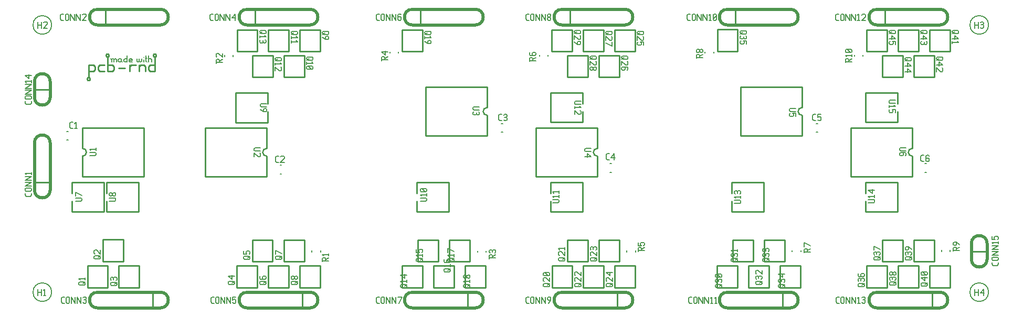
<source format=gbr>
G04 start of page 14 for group 1 layer_idx 9 *
G04 Title: (unknown), top_silk *
G04 Creator: pcb-rnd 1.2.7 *
G04 CreationDate: 2018-01-15 01:16:43 UTC *
G04 For: newell *
G04 Format: Gerber/RS-274X *
G04 PCB-Dimensions: 625000 200000 *
G04 PCB-Coordinate-Origin: lower left *
%MOIN*%
%FSLAX25Y25*%
%LNTOPSILK*%
%ADD77C,0.0079*%
%ADD76C,0.0200*%
%ADD75C,0.0080*%
%ADD74C,0.0100*%
G54D74*X63500Y157530D02*X67500D01*
X70500Y159530D02*Y155530D01*
Y158530D02*X71500Y159530D01*
X74500D01*
X51500D02*X54500D01*
X59500D02*X56500D01*
X51500Y155530D02*X54500D01*
X56500D02*X59500D01*
X56500Y164530D02*Y155530D01*
X60500Y156530D02*Y158530D01*
X59500Y159530D02*X60500Y158530D01*
Y156530D02*X59500Y155530D01*
X44500Y159530D02*X47500D01*
Y155530D02*X44500D01*
X48500Y158530D02*Y156530D01*
X44500Y159530D02*Y151530D01*
X47500Y159530D02*X48500Y158530D01*
X47500Y155530D02*X48500Y156530D01*
X50500Y158530D02*Y156530D01*
Y158530D02*X51500Y159530D01*
X50500Y156530D02*X51500Y155530D01*
X76500Y159530D02*Y155530D01*
Y158530D02*X77500Y159530D01*
X79500D01*
X80500Y158530D02*X79500Y159530D01*
X80500Y158530D02*Y155530D01*
X82500Y158530D02*Y156530D01*
X83500Y155530D02*X86500D01*
X82500Y156530D02*X83500Y155530D01*
X86500D02*Y164530D01*
Y159530D02*X83500D01*
X82500Y158530D02*X83500Y159530D01*
X43500Y150530D02*G75*G03X45500Y150530I1000J0D01*G01*
G75*G03X43500Y150530I-1000J0D01*G01*
X55500Y165530D02*G75*G03X57500Y165530I1000J0D01*G01*
G75*G03X55500Y165530I-1000J0D01*G01*
X85500D02*G75*G03X87500Y165530I1000J0D01*G01*
G75*G03X85500Y165530I-1000J0D01*G01*
G54D75*X59000Y163030D02*Y161530D01*
Y163030D02*X59500Y163530D01*
X60000D01*
X60500Y163030D01*
Y161530D01*
Y163030D02*X61000Y163530D01*
X61500D01*
X62000Y163030D01*
Y161530D01*
X58500Y163530D02*X59000Y163030D01*
X64700Y163530D02*X65200Y163030D01*
X63700Y163530D02*X64700D01*
X63200Y163030D02*X63700Y163530D01*
X63200Y163030D02*Y162030D01*
X63700Y161530D01*
X65200Y163530D02*Y162030D01*
X65700Y161530D01*
X63700D02*X64700D01*
X65200Y162030D01*
X68900Y165530D02*Y161530D01*
X68400D02*X68900Y162030D01*
X67400Y161530D02*X68400D01*
X66900Y162030D02*X67400Y161530D01*
X66900Y163030D02*Y162030D01*
Y163030D02*X67400Y163530D01*
X68400D01*
X68900Y163030D01*
X70600Y161530D02*X72100D01*
X70100Y162030D02*X70600Y161530D01*
X70100Y163030D02*Y162030D01*
Y163030D02*X70600Y163530D01*
X71600D01*
X72100Y163030D01*
X70100Y162530D02*X72100D01*
Y163030D02*Y162530D01*
X75100Y163530D02*Y162030D01*
X75600Y161530D01*
X76100D01*
X76600Y162030D01*
Y163530D02*Y162030D01*
X77100Y161530D01*
X77600D01*
X78100Y162030D01*
Y163530D02*Y162030D01*
X79300Y164530D02*Y164430D01*
Y163030D02*Y161530D01*
X80800Y165530D02*Y162030D01*
X81300Y161530D01*
X80300Y164030D02*X81300D01*
X82300Y165530D02*Y161530D01*
Y163030D02*X82800Y163530D01*
X83800D01*
X84300Y163030D01*
Y161530D01*
G54D76*X345000Y15000D02*X385000D01*
X345000Y5000D02*X385000D01*
G54D74*X380000Y15000D02*Y5000D01*
G54D76*X385000D02*G75*G03X385000Y15000I0J5000D01*G01*
X345000D02*G75*G03X345000Y5000I0J-5000D01*G01*
G54D74*X351500Y31900D02*Y18000D01*
X338700Y31900D02*X351500D01*
X338700D02*Y18000D01*
X351500D01*
X371400Y31900D02*Y18000D01*
X358600Y31900D02*X371400D01*
X358600D02*Y18000D01*
X371400D01*
X328500Y119500D02*X367500D01*
X328500D02*Y88500D01*
X367500D01*
Y119500D02*Y106500D01*
Y101500D02*Y88500D01*
Y106500D02*G75*G03X367500Y101500I0J-2500D01*G01*
X337900Y66050D02*X358100D01*
Y84950D02*Y66050D01*
X337900Y84950D02*X358100D01*
X337900Y73000D02*Y66050D01*
Y84950D02*Y78000D01*
X361300Y48300D02*Y34400D01*
X348500Y48300D02*X361300D01*
X348500D02*Y34400D01*
X361300D01*
X391400Y31900D02*Y18000D01*
X378600Y31900D02*X391400D01*
X378600D02*Y18000D01*
X391400D01*
X381400Y48300D02*Y34400D01*
X368600Y48300D02*X381400D01*
X368600D02*Y34400D01*
X381400D01*
G54D75*X391755Y41393D02*Y40607D01*
X386245Y41393D02*Y40607D01*
X375564Y91245D02*X376350D01*
X375564Y96755D02*X376350D01*
G54D77*X604094Y15000D02*G75*G03X615906Y15000I5906J0D01*G01*
G75*G03X604094Y15000I-5906J0D01*G01*
G54D75*X591583Y41707D02*Y40921D01*
X586073Y41707D02*Y40921D01*
G54D76*X605000Y46000D02*Y36000D01*
X615000Y46000D02*Y36000D01*
G54D74*X605000Y41000D02*X615000D01*
G54D76*Y46000D02*G75*G03X605000Y46000I-5000J0D01*G01*
Y36000D02*G75*G03X615000Y36000I5000J0D01*G01*
G54D74*X571400Y31900D02*Y18000D01*
X558600Y31900D02*X571400D01*
X558600D02*Y18000D01*
X571400D01*
X591400Y31900D02*Y18000D01*
X578600Y31900D02*X591400D01*
X578600D02*Y18000D01*
X591400D01*
G54D76*X545000Y15000D02*X585000D01*
X545000Y5000D02*X585000D01*
G54D74*X580000Y15000D02*Y5000D01*
G54D76*X585000D02*G75*G03X585000Y15000I0J5000D01*G01*
X545000D02*G75*G03X545000Y5000I0J-5000D01*G01*
G54D74*X561400Y48300D02*Y34400D01*
X548600Y48300D02*X561400D01*
X548600D02*Y34400D01*
X561400D01*
X581400Y48300D02*Y34400D01*
X568600Y48300D02*X581400D01*
X568600D02*Y34400D01*
X581400D01*
G54D77*X604094Y185000D02*G75*G03X615906Y185000I5906J0D01*G01*
G75*G03X604094Y185000I-5906J0D01*G01*
G54D74*X578600Y182000D02*Y168100D01*
X591400D01*
Y182000D01*
X578600D01*
G54D75*X530745Y165893D02*Y165107D01*
X536255Y165893D02*Y165107D01*
G54D76*X450000Y185000D02*X490000D01*
X450000Y195000D02*X490000D01*
G54D74*X455000D02*Y185000D01*
G54D76*X450000Y195000D02*G75*G03X450000Y185000I0J-5000D01*G01*
X490000D02*G75*G03X490000Y195000I0J5000D01*G01*
G54D74*X558600Y182000D02*Y168100D01*
X571400D01*
Y182000D01*
X558600D01*
X568600Y165600D02*Y151700D01*
X581400D01*
Y165600D01*
X568600D01*
X538600Y182000D02*Y168100D01*
X551400D01*
Y182000D01*
X538600D01*
X548600Y165600D02*Y151700D01*
X561400D01*
Y165600D01*
X548600D01*
G54D76*X545000Y185000D02*X585000D01*
X545000Y195000D02*X585000D01*
G54D74*X550000D02*Y185000D01*
G54D76*X545000Y195000D02*G75*G03X545000Y185000I0J-5000D01*G01*
X585000D02*G75*G03X585000Y195000I0J5000D01*G01*
G54D74*X443715Y182041D02*Y168141D01*
X456515D01*
Y182041D02*Y168141D01*
X443715Y182041D02*X456515D01*
X378600Y182000D02*Y168100D01*
X391400D01*
Y182000D01*
X378600D01*
X368600Y165600D02*Y151700D01*
X381400D01*
Y165600D01*
X368600D01*
X337900Y141950D02*X358100D01*
X337900D02*Y123050D01*
X358100D01*
Y141950D02*Y135000D01*
Y130000D02*Y123050D01*
X348600Y165600D02*Y151700D01*
X361400D01*
Y165600D01*
X348600D01*
X358600Y182000D02*Y168100D01*
X371400D01*
Y182000D01*
X358600D01*
X338600D02*Y168100D01*
X351400D01*
Y182000D01*
X338600D01*
G54D75*X330745Y165850D02*Y165064D01*
X336255Y165850D02*Y165064D01*
G54D76*X345000Y185000D02*X385000D01*
X345000Y195000D02*X385000D01*
G54D74*X350000D02*Y185000D01*
G54D76*X345000Y195000D02*G75*G03X345000Y185000I0J-5000D01*G01*
X385000D02*G75*G03X385000Y195000I0J5000D01*G01*
G54D75*X435792Y167846D02*Y167060D01*
X441302Y167846D02*Y167060D01*
G54D74*X496400Y31900D02*Y18000D01*
X483600Y31900D02*X496400D01*
X483600D02*Y18000D01*
X496400D01*
G54D76*X450000Y15000D02*X490000D01*
X450000Y5000D02*X490000D01*
G54D74*X485000Y15000D02*Y5000D01*
G54D76*X490000D02*G75*G03X490000Y15000I0J5000D01*G01*
X450000D02*G75*G03X450000Y5000I0J-5000D01*G01*
G54D75*X496755Y41636D02*Y40850D01*
X491245Y41636D02*Y40850D01*
G54D74*X551400Y31900D02*Y18000D01*
X538600Y31900D02*X551400D01*
X538600D02*Y18000D01*
X551400D01*
X528500Y119500D02*X567500D01*
X528500D02*Y88500D01*
X567500D01*
Y119500D02*Y106500D01*
Y101500D02*Y88500D01*
Y106500D02*G75*G03X567500Y101500I0J-2500D01*G01*
G54D75*X575607Y91245D02*X576393D01*
X575607Y96755D02*X576393D01*
G54D74*X537900Y141950D02*X558100D01*
X537900D02*Y123050D01*
X558100D01*
Y141950D02*Y135000D01*
Y130000D02*Y123050D01*
X458500Y145500D02*X497500D01*
X458500D02*Y114500D01*
X497500D01*
Y145500D02*Y132500D01*
Y127500D02*Y114500D01*
Y132500D02*G75*G03X497500Y127500I0J-2500D01*G01*
G54D75*X506607Y116745D02*X507393D01*
X506607Y122255D02*X507393D01*
G54D74*X537900Y66050D02*X558100D01*
Y84950D02*Y66050D01*
X537900Y84950D02*X558100D01*
X537900Y73000D02*Y66050D01*
Y84950D02*Y78000D01*
X452900Y66050D02*X473100D01*
Y84950D02*Y66050D01*
X452900Y84950D02*X473100D01*
X452900Y73000D02*Y66050D01*
Y84950D02*Y78000D01*
X476400Y31900D02*Y18000D01*
X463600Y31900D02*X476400D01*
X463600D02*Y18000D01*
X476400D01*
X456400Y31900D02*Y18000D01*
X443600Y31900D02*X456400D01*
X443600D02*Y18000D01*
X456400D01*
X466400Y48300D02*Y34400D01*
X453600Y48300D02*X466400D01*
X453600D02*Y34400D01*
X466400D01*
X486400Y48300D02*Y34400D01*
X473600Y48300D02*X486400D01*
X473600D02*Y34400D01*
X486400D01*
X258500Y145500D02*X297500D01*
X258500D02*Y114500D01*
X297500D01*
Y145500D02*Y132500D01*
Y127500D02*Y114500D01*
Y132500D02*G75*G03X297500Y127500I0J-2500D01*G01*
X252900Y66050D02*X273100D01*
Y84950D02*Y66050D01*
X252900Y84950D02*X273100D01*
X252900Y73000D02*Y66050D01*
Y84950D02*Y78000D01*
G54D76*X250000Y15000D02*X290000D01*
X250000Y5000D02*X290000D01*
G54D74*X285000Y15000D02*Y5000D01*
G54D76*X290000D02*G75*G03X290000Y15000I0J5000D01*G01*
X250000D02*G75*G03X250000Y5000I0J-5000D01*G01*
Y185000D02*X290000D01*
X250000Y195000D02*X290000D01*
G54D74*X255000D02*Y185000D01*
G54D76*X250000Y195000D02*G75*G03X250000Y185000I0J-5000D01*G01*
X290000D02*G75*G03X290000Y195000I0J5000D01*G01*
G54D74*X243600Y182000D02*Y168100D01*
X256400D01*
Y182000D01*
X243600D01*
G54D75*X235745Y167893D02*Y167107D01*
X241255Y167893D02*Y167107D01*
X306564Y116745D02*X307350D01*
X306564Y122255D02*X307350D01*
G54D74*X256400Y31900D02*Y18000D01*
X243600Y31900D02*X256400D01*
X243600D02*Y18000D01*
X256400D01*
X266400Y48300D02*Y34400D01*
X253600Y48300D02*X266400D01*
X253600D02*Y34400D01*
X266400D01*
X276400Y31900D02*Y18000D01*
X263600Y31900D02*X276400D01*
X263600D02*Y18000D01*
X276400D01*
X296400Y31900D02*Y18000D01*
X283600Y31900D02*X296400D01*
X283600D02*Y18000D01*
X296400D01*
X286400Y48300D02*Y34400D01*
X273600Y48300D02*X286400D01*
X273600D02*Y34400D01*
X286400D01*
G54D75*X296841Y41350D02*Y40564D01*
X291331Y41350D02*Y40564D01*
G54D77*X9094Y185000D02*G75*G03X20906Y185000I5906J0D01*G01*
G75*G03X9094Y185000I-5906J0D01*G01*
G54D76*X145000Y185000D02*X185000D01*
X145000Y195000D02*X185000D01*
G54D74*X150000D02*Y185000D01*
G54D76*X145000Y195000D02*G75*G03X145000Y185000I0J-5000D01*G01*
X185000D02*G75*G03X185000Y195000I0J5000D01*G01*
G54D74*X178600Y182000D02*Y168100D01*
X191400D01*
Y182000D01*
X178600D01*
G54D76*X50000Y185000D02*X90000D01*
X50000Y195000D02*X90000D01*
G54D74*X55000D02*Y185000D01*
G54D76*X50000Y195000D02*G75*G03X50000Y185000I0J-5000D01*G01*
X90000D02*G75*G03X90000Y195000I0J5000D01*G01*
G54D74*X138700Y182000D02*Y168100D01*
X151500D01*
Y182000D01*
X138700D01*
X158600D02*Y168100D01*
X171400D01*
Y182000D01*
X158600D01*
G54D76*X20000Y110000D02*Y80000D01*
X10000Y110000D02*Y80000D01*
G54D74*Y85000D02*X20000D01*
G54D76*X10000Y80000D02*G75*G03X20000Y80000I5000J0D01*G01*
Y110000D02*G75*G03X10000Y110000I-5000J0D01*G01*
G54D74*X33900Y66050D02*X54100D01*
Y84950D02*Y66050D01*
X33900Y84950D02*X54100D01*
X33900Y73000D02*Y66050D01*
Y84950D02*Y78000D01*
G54D76*X10000Y149000D02*Y139000D01*
X20000Y149000D02*Y139000D01*
G54D74*X10000Y144000D02*X20000D01*
G54D76*Y149000D02*G75*G03X10000Y149000I-5000J0D01*G01*
Y139000D02*G75*G03X20000Y139000I5000J0D01*G01*
G54D74*X55900Y66050D02*X76100D01*
Y84950D02*Y66050D01*
X55900Y84950D02*X76100D01*
X55900Y73000D02*Y66050D01*
Y84950D02*Y78000D01*
G54D75*X30607Y117255D02*X31393D01*
X30607Y111745D02*X31393D01*
G54D74*X137900Y141850D02*X158100D01*
X137900D02*Y122950D01*
X158100D01*
Y141850D02*Y134900D01*
Y129900D02*Y122950D01*
X40500Y88500D02*X79500D01*
Y119500D02*Y88500D01*
X40500Y119500D02*X79500D01*
X40500Y101500D02*Y88500D01*
Y119500D02*Y106500D01*
Y101500D02*G75*G03X40500Y106500I0J2500D01*G01*
X118500Y119500D02*X157500D01*
X118500D02*Y88500D01*
X157500D01*
Y119500D02*Y106500D01*
Y101500D02*Y88500D01*
Y106500D02*G75*G03X157500Y101500I0J-2500D01*G01*
G54D75*X130745Y165807D02*Y165021D01*
X136255Y165807D02*Y165021D01*
G54D74*X148600Y165600D02*Y151700D01*
X161400D01*
Y165600D01*
X148600D01*
X168500D02*Y151700D01*
X181300D01*
Y165600D01*
X168500D01*
G54D77*X9094Y15000D02*G75*G03X20906Y15000I5906J0D01*G01*
G75*G03X9094Y15000I-5906J0D01*G01*
G54D74*X181400Y48300D02*Y34400D01*
X168600Y48300D02*X181400D01*
X168600D02*Y34400D01*
X181400D01*
X191300Y31900D02*Y18000D01*
X178500Y31900D02*X191300D01*
X178500D02*Y18000D01*
X191300D01*
X161250Y48300D02*Y34400D01*
X148450Y48300D02*X161250D01*
X148450D02*Y34400D01*
X161250D01*
G54D75*X166064Y90245D02*X166850D01*
X166064Y95755D02*X166850D01*
X191755Y41393D02*Y40607D01*
X186245Y41393D02*Y40607D01*
G54D74*X151300Y31900D02*Y18000D01*
X138500Y31900D02*X151300D01*
X138500D02*Y18000D01*
X151300D01*
X171300Y31900D02*Y18000D01*
X158500Y31900D02*X171300D01*
X158500D02*Y18000D01*
X171300D01*
G54D76*X145000Y15000D02*X185000D01*
X145000Y5000D02*X185000D01*
G54D74*X180000Y15000D02*Y5000D01*
G54D76*X185000D02*G75*G03X185000Y15000I0J5000D01*G01*
X145000D02*G75*G03X145000Y5000I0J-5000D01*G01*
G54D74*X66400Y48400D02*Y34500D01*
X53600Y48400D02*X66400D01*
X53600D02*Y34500D01*
X66400D01*
X76400Y31900D02*Y18000D01*
X63600Y31900D02*X76400D01*
X63600D02*Y18000D01*
X76400D01*
G54D76*X50000Y15000D02*X90000D01*
X50000Y5000D02*X90000D01*
G54D74*X85000Y15000D02*Y5000D01*
G54D76*X90000D02*G75*G03X90000Y15000I0J5000D01*G01*
X50000D02*G75*G03X50000Y5000I0J-5000D01*G01*
G54D74*X56500Y31900D02*Y18000D01*
X43700Y31900D02*X56500D01*
X43700D02*Y18000D01*
X56500D01*
G54D75*X8000Y78000D02*Y76700D01*
X7300Y76000D02*X8000Y76700D01*
X4700Y76000D02*X7300D01*
X4700D02*X4000Y76700D01*
Y78000D02*Y76700D01*
X4500Y79200D02*X7500D01*
X4500D02*X4000Y79700D01*
Y80700D02*Y79700D01*
Y80700D02*X4500Y81200D01*
X7500D01*
X8000Y80700D02*X7500Y81200D01*
X8000Y80700D02*Y79700D01*
X7500Y79200D02*X8000Y79700D01*
X4000Y82400D02*X8000D01*
X4000D02*X8000Y84900D01*
X4000D02*X8000D01*
X4000Y86100D02*X8000D01*
X4000D02*X8000Y88600D01*
X4000D02*X8000D01*
X4800Y89800D02*X4000Y90600D01*
X8000D01*
Y91300D02*Y89800D01*
X36000Y72900D02*X39500D01*
X40000Y73400D01*
Y74400D02*Y73400D01*
Y74400D02*X39500Y74900D01*
X36000D02*X39500D01*
X40000Y76600D02*X36000Y78600D01*
Y76100D01*
X8000Y136500D02*Y135200D01*
X7300Y134500D02*X8000Y135200D01*
X4700Y134500D02*X7300D01*
X4700D02*X4000Y135200D01*
Y136500D02*Y135200D01*
X4500Y137700D02*X7500D01*
X4500D02*X4000Y138200D01*
Y139200D02*Y138200D01*
Y139200D02*X4500Y139700D01*
X7500D01*
X8000Y139200D02*X7500Y139700D01*
X8000Y139200D02*Y138200D01*
X7500Y137700D02*X8000Y138200D01*
X4000Y140900D02*X8000D01*
X4000D02*X8000Y143400D01*
X4000D02*X8000D01*
X4000Y144600D02*X8000D01*
X4000D02*X8000Y147100D01*
X4000D02*X8000D01*
X4800Y148300D02*X4000Y149100D01*
X8000D01*
Y149800D02*Y148300D01*
X6500Y151000D02*X4000Y153000D01*
X6500Y153500D02*Y151000D01*
X4000Y153000D02*X8000D01*
X12000Y187000D02*Y183000D01*
X14500Y187000D02*Y183000D01*
X12000Y185000D02*X14500D01*
X15700Y186500D02*X16200Y187000D01*
X17700D01*
X18200Y186500D01*
Y185500D01*
X15700Y183000D02*X18200Y185500D01*
X15700Y183000D02*X18200D01*
X27200Y188000D02*X28500D01*
X26500Y188700D02*X27200Y188000D01*
X26500Y191300D02*Y188700D01*
Y191300D02*X27200Y192000D01*
X28500D01*
X29700Y191500D02*Y188500D01*
Y191500D02*X30200Y192000D01*
X31200D01*
X31700Y191500D01*
Y188500D01*
X31200Y188000D02*X31700Y188500D01*
X30200Y188000D02*X31200D01*
X29700Y188500D02*X30200Y188000D01*
X32900Y192000D02*Y188000D01*
Y192000D02*X35400Y188000D01*
Y192000D02*Y188000D01*
X36600Y192000D02*Y188000D01*
Y192000D02*X39100Y188000D01*
Y192000D02*Y188000D01*
X40300Y191500D02*X40800Y192000D01*
X42300D01*
X42800Y191500D01*
Y190500D01*
X40300Y188000D02*X42800Y190500D01*
X40300Y188000D02*X42800D01*
X33093Y119150D02*X34393D01*
X32393Y119850D02*X33093Y119150D01*
X32393Y122450D02*Y119850D01*
Y122450D02*X33093Y123150D01*
X34393D01*
X35593Y122350D02*X36393Y123150D01*
Y119150D01*
X35593D02*X37093D01*
X154000Y134900D02*X157500D01*
X154000D02*X153500Y134400D01*
Y133400D01*
X154000Y132900D01*
X157500D01*
X153500Y131200D02*X155500Y129700D01*
X157000D01*
X157500Y130200D02*X157000Y129700D01*
X157500Y131200D02*Y130200D01*
X157000Y131700D02*X157500Y131200D01*
X156000Y131700D02*X157000D01*
X156000D02*X155500Y131200D01*
Y129700D01*
X150000Y106750D02*X153500D01*
X150000D02*X149500Y106250D01*
Y105250D01*
X150000Y104750D01*
X153500D01*
X153000Y103550D02*X153500Y103050D01*
Y101550D01*
X153000Y101050D01*
X152000D02*X153000D01*
X149500Y103550D02*X152000Y101050D01*
X149500Y103550D02*Y101050D01*
X57500Y73000D02*X61000D01*
X61500Y73500D01*
Y74500D02*Y73500D01*
Y74500D02*X61000Y75000D01*
X57500D02*X61000D01*
Y76200D02*X61500Y76700D01*
X60200Y76200D02*X61000D01*
X60200D02*X59500Y76900D01*
Y77500D02*Y76900D01*
Y77500D02*X60200Y78200D01*
X61000D01*
X61500Y77700D02*X61000Y78200D01*
X61500Y77700D02*Y76700D01*
X58800Y76200D02*X59500Y76900D01*
X58000Y76200D02*X58800D01*
X58000D02*X57500Y76700D01*
Y77700D02*Y76700D01*
Y77700D02*X58000Y78200D01*
X58800D01*
X59500Y77500D02*X58800Y78200D01*
X383400Y165100D02*X386400D01*
X386900Y164600D01*
Y163600D01*
X386400Y163100D01*
X383900D02*X386400D01*
X382900Y164100D02*X383900Y163100D01*
X382900Y164600D02*Y164100D01*
X383400Y165100D02*X382900Y164600D01*
X384400Y164100D02*X382900Y163100D01*
X386400Y161900D02*X386900Y161400D01*
Y159900D01*
X386400Y159400D01*
X385400D02*X386400D01*
X382900Y161900D02*X385400Y159400D01*
X382900Y161900D02*Y159400D01*
X386900Y156700D02*X386400Y156200D01*
X386900Y157700D02*Y156700D01*
X386400Y158200D02*X386900Y157700D01*
X383400Y158200D02*X386400D01*
X383400D02*X382900Y157700D01*
X385100Y156700D02*X384600Y156200D01*
X385100Y158200D02*Y156700D01*
X382900Y157700D02*Y156700D01*
X383400Y156200D01*
X384600D01*
X360000Y106500D02*X363500D01*
X360000D02*X359500Y106000D01*
Y105000D01*
X360000Y104500D01*
X363500D01*
X361000Y103300D02*X363500Y101300D01*
X361000Y103300D02*Y100800D01*
X359500Y101300D02*X363500D01*
X353500Y136500D02*X357000D01*
X353500D02*X353000Y136000D01*
Y135000D01*
X353500Y134500D01*
X357000D01*
X356200Y133300D02*X357000Y132500D01*
X353000D02*X357000D01*
X353000Y133300D02*Y131800D01*
X356500Y130600D02*X357000Y130100D01*
Y128600D01*
X356500Y128100D01*
X355500D02*X356500D01*
X353000Y130600D02*X355500Y128100D01*
X353000Y130600D02*Y128100D01*
X373679Y99150D02*X374979D01*
X372979Y99850D02*X373679Y99150D01*
X372979Y102450D02*Y99850D01*
Y102450D02*X373679Y103150D01*
X374979D01*
X376179Y100650D02*X378179Y103150D01*
X376179Y100650D02*X378679D01*
X378179Y103150D02*Y99150D01*
X289000Y133000D02*X292500D01*
X289000D02*X288500Y132500D01*
Y131500D01*
X289000Y131000D01*
X292500D01*
X292000Y129800D02*X292500Y129300D01*
Y128300D01*
X292000Y127800D01*
X288500Y128300D02*X289000Y127800D01*
X288500Y129300D02*Y128300D01*
X289000Y129800D02*X288500Y129300D01*
X290700D02*Y128300D01*
X291200Y127800D02*X292000D01*
X289000D02*X290200D01*
X290700Y128300D01*
X291200Y127800D02*X290700Y128300D01*
X305507Y124150D02*X306807D01*
X304807Y124850D02*X305507Y124150D01*
X304807Y127450D02*Y124850D01*
Y127450D02*X305507Y128150D01*
X306807D01*
X308007Y127650D02*X308507Y128150D01*
X309507D01*
X310007Y127650D01*
X309507Y124150D02*X310007Y124650D01*
X308507Y124150D02*X309507D01*
X308007Y124650D02*X308507Y124150D01*
Y126350D02*X309507D01*
X310007Y127650D02*Y126850D01*
Y125850D02*Y124650D01*
Y125850D02*X309507Y126350D01*
X310007Y126850D02*X309507Y126350D01*
X363400Y165100D02*X366400D01*
X366900Y164600D01*
Y163600D01*
X366400Y163100D01*
X363900D02*X366400D01*
X362900Y164100D02*X363900Y163100D01*
X362900Y164600D02*Y164100D01*
X363400Y165100D02*X362900Y164600D01*
X364400Y164100D02*X362900Y163100D01*
X366400Y161900D02*X366900Y161400D01*
Y159900D01*
X366400Y159400D01*
X365400D02*X366400D01*
X362900Y161900D02*X365400Y159400D01*
X362900Y161900D02*Y159400D01*
X363400Y158200D02*X362900Y157700D01*
X363400Y158200D02*X364200D01*
X364900Y157500D01*
Y156900D01*
X364200Y156200D01*
X363400D02*X364200D01*
X362900Y156700D02*X363400Y156200D01*
X362900Y157700D02*Y156700D01*
X365600Y158200D02*X364900Y157500D01*
X365600Y158200D02*X366400D01*
X366900Y157700D01*
Y156700D01*
X366400Y156200D01*
X365600D02*X366400D01*
X364900Y156900D02*X365600Y156200D01*
X373400Y181000D02*X376400D01*
X376900Y180500D01*
Y179500D01*
X376400Y179000D01*
X373900D02*X376400D01*
X372900Y180000D02*X373900Y179000D01*
X372900Y180500D02*Y180000D01*
X373400Y181000D02*X372900Y180500D01*
X374400Y180000D02*X372900Y179000D01*
X376400Y177800D02*X376900Y177300D01*
Y175800D01*
X376400Y175300D01*
X375400D02*X376400D01*
X372900Y177800D02*X375400Y175300D01*
X372900Y177800D02*Y175300D01*
Y173600D02*X376900Y171600D01*
Y174100D02*Y171600D01*
X324350Y163850D02*Y161850D01*
Y163850D02*X324850Y164350D01*
X325850D01*
X326350Y163850D02*X325850Y164350D01*
X326350Y163850D02*Y162350D01*
X324350D02*X328350D01*
X326350Y163150D02*X328350Y164350D01*
X324350Y167050D02*X324850Y167550D01*
X324350Y167050D02*Y166050D01*
X324850Y165550D02*X324350Y166050D01*
X324850Y165550D02*X327850D01*
X328350Y166050D01*
X326150Y167050D02*X326650Y167550D01*
X326150Y167050D02*Y165550D01*
X328350Y167050D02*Y166050D01*
Y167050D02*X327850Y167550D01*
X326650D02*X327850D01*
X393400Y181000D02*X396400D01*
X396900Y180500D01*
Y179500D01*
X396400Y179000D01*
X393900D02*X396400D01*
X392900Y180000D02*X393900Y179000D01*
X392900Y180500D02*Y180000D01*
X393400Y181000D02*X392900Y180500D01*
X394400Y180000D02*X392900Y179000D01*
X396400Y177800D02*X396900Y177300D01*
Y175800D01*
X396400Y175300D01*
X395400D02*X396400D01*
X392900Y177800D02*X395400Y175300D01*
X392900Y177800D02*Y175300D01*
X396900Y174100D02*Y172100D01*
X394900Y174100D02*X396900D01*
X394900D02*X395400Y173600D01*
Y172600D01*
X394900Y172100D01*
X393400D02*X394900D01*
X392900Y172600D02*X393400Y172100D01*
X392900Y173600D02*Y172600D01*
X393400Y174100D02*X392900Y173600D01*
X353400Y181500D02*X356400D01*
X356900Y181000D01*
Y180000D01*
X356400Y179500D01*
X353900D02*X356400D01*
X352900Y180500D02*X353900Y179500D01*
X352900Y181000D02*Y180500D01*
X353400Y181500D02*X352900Y181000D01*
X354400Y180500D02*X352900Y179500D01*
X356400Y178300D02*X356900Y177800D01*
Y176300D01*
X356400Y175800D01*
X355400D02*X356400D01*
X352900Y178300D02*X355400Y175800D01*
X352900Y178300D02*Y175800D01*
Y174100D02*X354900Y172600D01*
X356400D01*
X356900Y173100D02*X356400Y172600D01*
X356900Y174100D02*Y173100D01*
X356400Y174600D02*X356900Y174100D01*
X355400Y174600D02*X356400D01*
X355400D02*X354900Y174100D01*
Y172600D01*
X258400Y181000D02*X261400D01*
X261900Y180500D01*
Y179500D01*
X261400Y179000D01*
X258900D02*X261400D01*
X257900Y180000D02*X258900Y179000D01*
X257900Y180500D02*Y180000D01*
X258400Y181000D02*X257900Y180500D01*
X259400Y180000D02*X257900Y179000D01*
X261100Y177800D02*X261900Y177000D01*
X257900D02*X261900D01*
X257900Y177800D02*Y176300D01*
Y174600D02*X259900Y173100D01*
X261400D01*
X261900Y173600D02*X261400Y173100D01*
X261900Y174600D02*Y173600D01*
X261400Y175100D02*X261900Y174600D01*
X260400Y175100D02*X261400D01*
X260400D02*X259900Y174600D01*
Y173100D01*
X322700Y188000D02*X324000D01*
X322000Y188700D02*X322700Y188000D01*
X322000Y191300D02*Y188700D01*
Y191300D02*X322700Y192000D01*
X324000D01*
X325200Y191500D02*Y188500D01*
Y191500D02*X325700Y192000D01*
X326700D01*
X327200Y191500D01*
Y188500D01*
X326700Y188000D02*X327200Y188500D01*
X325700Y188000D02*X326700D01*
X325200Y188500D02*X325700Y188000D01*
X328400Y192000D02*Y188000D01*
Y192000D02*X330900Y188000D01*
Y192000D02*Y188000D01*
X332100Y192000D02*Y188000D01*
Y192000D02*X334600Y188000D01*
Y192000D02*Y188000D01*
X335800Y188500D02*X336300Y188000D01*
X335800Y189300D02*Y188500D01*
Y189300D02*X336500Y190000D01*
X337100D01*
X337800Y189300D01*
Y188500D01*
X337300Y188000D02*X337800Y188500D01*
X336300Y188000D02*X337300D01*
X335800Y190700D02*X336500Y190000D01*
X335800Y191500D02*Y190700D01*
Y191500D02*X336300Y192000D01*
X337300D01*
X337800Y191500D01*
Y190700D01*
X337100Y190000D02*X337800Y190700D01*
X12000Y17000D02*Y13000D01*
X14500Y17000D02*Y13000D01*
X12000Y15000D02*X14500D01*
X15700Y16200D02*X16500Y17000D01*
Y13000D01*
X15700D02*X17200D01*
X227700Y8000D02*X229000D01*
X227000Y8700D02*X227700Y8000D01*
X227000Y11300D02*Y8700D01*
Y11300D02*X227700Y12000D01*
X229000D01*
X230200Y11500D02*Y8500D01*
Y11500D02*X230700Y12000D01*
X231700D01*
X232200Y11500D01*
Y8500D01*
X231700Y8000D02*X232200Y8500D01*
X230700Y8000D02*X231700D01*
X230200Y8500D02*X230700Y8000D01*
X233400Y12000D02*Y8000D01*
Y12000D02*X235900Y8000D01*
Y12000D02*Y8000D01*
X237100Y12000D02*Y8000D01*
Y12000D02*X239600Y8000D01*
Y12000D02*Y8000D01*
X241300D02*X243300Y12000D01*
X240800D02*X243300D01*
X122700Y8000D02*X124000D01*
X122000Y8700D02*X122700Y8000D01*
X122000Y11300D02*Y8700D01*
Y11300D02*X122700Y12000D01*
X124000D01*
X125200Y11500D02*Y8500D01*
Y11500D02*X125700Y12000D01*
X126700D01*
X127200Y11500D01*
Y8500D01*
X126700Y8000D02*X127200Y8500D01*
X125700Y8000D02*X126700D01*
X125200Y8500D02*X125700Y8000D01*
X128400Y12000D02*Y8000D01*
Y12000D02*X130900Y8000D01*
Y12000D02*Y8000D01*
X132100Y12000D02*Y8000D01*
Y12000D02*X134600Y8000D01*
Y12000D02*Y8000D01*
X135800Y12000D02*X137800D01*
X135800D02*Y10000D01*
X136300Y10500D01*
X137300D01*
X137800Y10000D01*
Y8500D01*
X137300Y8000D02*X137800Y8500D01*
X136300Y8000D02*X137300D01*
X135800Y8500D02*X136300Y8000D01*
X27700D02*X29000D01*
X27000Y8700D02*X27700Y8000D01*
X27000Y11300D02*Y8700D01*
Y11300D02*X27700Y12000D01*
X29000D01*
X30200Y11500D02*Y8500D01*
Y11500D02*X30700Y12000D01*
X31700D01*
X32200Y11500D01*
Y8500D01*
X31700Y8000D02*X32200Y8500D01*
X30700Y8000D02*X31700D01*
X30200Y8500D02*X30700Y8000D01*
X33400Y12000D02*Y8000D01*
Y12000D02*X35900Y8000D01*
Y12000D02*Y8000D01*
X37100Y12000D02*Y8000D01*
Y12000D02*X39600Y8000D01*
Y12000D02*Y8000D01*
X40800Y11500D02*X41300Y12000D01*
X42300D01*
X42800Y11500D01*
X42300Y8000D02*X42800Y8500D01*
X41300Y8000D02*X42300D01*
X40800Y8500D02*X41300Y8000D01*
Y10200D02*X42300D01*
X42800Y11500D02*Y10700D01*
Y9700D02*Y8500D01*
Y9700D02*X42300Y10200D01*
X42800Y10700D02*X42300Y10200D01*
X163600Y35900D02*X166600D01*
X163600D02*X163100Y36400D01*
Y37400D02*Y36400D01*
Y37400D02*X163600Y37900D01*
X166100D01*
X167100Y36900D02*X166100Y37900D01*
X167100Y36900D02*Y36400D01*
X166600Y35900D02*X167100Y36400D01*
X165600Y36900D02*X167100Y37900D01*
Y39600D02*X163100Y41600D01*
Y39100D01*
X133500Y20000D02*X136500D01*
X133500D02*X133000Y20500D01*
Y21500D02*Y20500D01*
Y21500D02*X133500Y22000D01*
X136000D01*
X137000Y21000D02*X136000Y22000D01*
X137000Y21000D02*Y20500D01*
X136500Y20000D02*X137000Y20500D01*
X135500Y21000D02*X137000Y22000D01*
X135500Y23200D02*X133000Y25200D01*
X135500Y25700D02*Y23200D01*
X133000Y25200D02*X137000D01*
X153500Y20000D02*X156500D01*
X153500D02*X153000Y20500D01*
Y21500D02*Y20500D01*
Y21500D02*X153500Y22000D01*
X156000D01*
X157000Y21000D02*X156000Y22000D01*
X157000Y21000D02*Y20500D01*
X156500Y20000D02*X157000Y20500D01*
X155500Y21000D02*X157000Y22000D01*
X153000Y24700D02*X153500Y25200D01*
X153000Y24700D02*Y23700D01*
X153500Y23200D02*X153000Y23700D01*
X153500Y23200D02*X156500D01*
X157000Y23700D01*
X154800Y24700D02*X155300Y25200D01*
X154800Y24700D02*Y23200D01*
X157000Y24700D02*Y23700D01*
Y24700D02*X156500Y25200D01*
X155300D02*X156500D01*
X143450Y35900D02*X146450D01*
X143450D02*X142950Y36400D01*
Y37400D02*Y36400D01*
Y37400D02*X143450Y37900D01*
X145950D01*
X146950Y36900D02*X145950Y37900D01*
X146950Y36900D02*Y36400D01*
X146450Y35900D02*X146950Y36400D01*
X145450Y36900D02*X146950Y37900D01*
X142950Y41100D02*Y39100D01*
X144950D01*
X144450Y39600D01*
Y40600D02*Y39600D01*
Y40600D02*X144950Y41100D01*
X146450D01*
X146950Y40600D02*X146450Y41100D01*
X146950Y40600D02*Y39600D01*
X146450Y39100D02*X146950Y39600D01*
X48450Y36150D02*X51450D01*
X48450D02*X47950Y36650D01*
Y37650D02*Y36650D01*
Y37650D02*X48450Y38150D01*
X50950D01*
X51950Y37150D02*X50950Y38150D01*
X51950Y37150D02*Y36650D01*
X51450Y36150D02*X51950Y36650D01*
X50450Y37150D02*X51950Y38150D01*
X48450Y39350D02*X47950Y39850D01*
Y41350D02*Y39850D01*
Y41350D02*X48450Y41850D01*
X49450D01*
X51950Y39350D02*X49450Y41850D01*
X51950D02*Y39350D01*
X58800Y19200D02*X61800D01*
X58800D02*X58300Y19700D01*
Y20700D02*Y19700D01*
Y20700D02*X58800Y21200D01*
X61300D01*
X62300Y20200D02*X61300Y21200D01*
X62300Y20200D02*Y19700D01*
X61800Y19200D02*X62300Y19700D01*
X60800Y20200D02*X62300Y21200D01*
X58800Y22400D02*X58300Y22900D01*
Y23900D02*Y22900D01*
Y23900D02*X58800Y24400D01*
X62300Y23900D02*X61800Y24400D01*
X62300Y23900D02*Y22900D01*
X61800Y22400D02*X62300Y22900D01*
X60100Y23900D02*Y22900D01*
X58800Y24400D02*X59600D01*
X60600D02*X61800D01*
X60600D02*X60100Y23900D01*
X59600Y24400D02*X60100Y23900D01*
X38700Y19500D02*X41700D01*
X38700D02*X38200Y20000D01*
Y21000D02*Y20000D01*
Y21000D02*X38700Y21500D01*
X41200D01*
X42200Y20500D02*X41200Y21500D01*
X42200Y20500D02*Y20000D01*
X41700Y19500D02*X42200Y20000D01*
X40700Y20500D02*X42200Y21500D01*
X39000Y22700D02*X38200Y23500D01*
X42200D01*
Y24200D02*Y22700D01*
X173500Y20000D02*X176500D01*
X173500D02*X173000Y20500D01*
Y21500D02*Y20500D01*
Y21500D02*X173500Y22000D01*
X176000D01*
X177000Y21000D02*X176000Y22000D01*
X177000Y21000D02*Y20500D01*
X176500Y20000D02*X177000Y20500D01*
X175500Y21000D02*X177000Y22000D01*
X176500Y23200D02*X177000Y23700D01*
X175700Y23200D02*X176500D01*
X175700D02*X175000Y23900D01*
Y24500D02*Y23900D01*
Y24500D02*X175700Y25200D01*
X176500D01*
X177000Y24700D02*X176500Y25200D01*
X177000Y24700D02*Y23700D01*
X174300Y23200D02*X175000Y23900D01*
X173500Y23200D02*X174300D01*
X173500D02*X173000Y23700D01*
Y24700D02*Y23700D01*
Y24700D02*X173500Y25200D01*
X174300D01*
X175000Y24500D02*X174300Y25200D01*
X243100Y18000D02*X246100D01*
X243100D02*X242600Y18500D01*
Y19500D02*Y18500D01*
Y19500D02*X243100Y20000D01*
X245600D01*
X246600Y19000D02*X245600Y20000D01*
X246600Y19000D02*Y18500D01*
X246100Y18000D02*X246600Y18500D01*
X245100Y19000D02*X246600Y20000D01*
X243400Y21200D02*X242600Y22000D01*
X246600D01*
Y22700D02*Y21200D01*
X245100Y23900D02*X242600Y25900D01*
X245100Y26400D02*Y23900D01*
X242600Y25900D02*X246600D01*
X192850Y36393D02*Y34393D01*
Y36393D02*X193350Y36893D01*
X194350D01*
X194850Y36393D02*X194350Y36893D01*
X194850Y36393D02*Y34893D01*
X192850D02*X196850D01*
X194850Y35693D02*X196850Y36893D01*
X193650Y38093D02*X192850Y38893D01*
X196850D01*
Y39593D02*Y38093D01*
X45000Y102000D02*X48500D01*
X49000Y102500D01*
Y103500D02*Y102500D01*
Y103500D02*X48500Y104000D01*
X45000D02*X48500D01*
X45800Y105200D02*X45000Y106000D01*
X49000D01*
Y106700D02*Y105200D01*
X163786Y97650D02*X165086D01*
X163086Y98350D02*X163786Y97650D01*
X163086Y100950D02*Y98350D01*
Y100950D02*X163786Y101650D01*
X165086D01*
X166286Y101150D02*X166786Y101650D01*
X168286D01*
X168786Y101150D01*
Y100150D01*
X166286Y97650D02*X168786Y100150D01*
X166286Y97650D02*X168786D01*
X230350Y164264D02*Y162264D01*
Y164264D02*X230850Y164764D01*
X231850D01*
X232350Y164264D02*X231850Y164764D01*
X232350Y164264D02*Y162764D01*
X230350D02*X234350D01*
X232350Y163564D02*X234350Y164764D01*
X232850Y165964D02*X230350Y167964D01*
X232850Y168464D02*Y165964D01*
X230350Y167964D02*X234350D01*
X125350Y162678D02*Y160678D01*
Y162678D02*X125850Y163178D01*
X126850D01*
X127350Y162678D02*X126850Y163178D01*
X127350Y162678D02*Y161178D01*
X125350D02*X129350D01*
X127350Y161978D02*X129350Y163178D01*
X125850Y164378D02*X125350Y164878D01*
Y166378D02*Y164878D01*
Y166378D02*X125850Y166878D01*
X126850D01*
X129350Y164378D02*X126850Y166878D01*
X129350D02*Y164378D01*
X163400Y164100D02*X166400D01*
X166900Y163600D01*
Y162600D01*
X166400Y162100D01*
X163900D02*X166400D01*
X162900Y163100D02*X163900Y162100D01*
X162900Y163600D02*Y163100D01*
X163400Y164100D02*X162900Y163600D01*
X164400Y163100D02*X162900Y162100D01*
X166100Y160900D02*X166900Y160100D01*
X162900D02*X166900D01*
X162900Y160900D02*Y159400D01*
X166400Y158200D02*X166900Y157700D01*
Y156200D01*
X166400Y155700D01*
X165400D02*X166400D01*
X162900Y158200D02*X165400Y155700D01*
X162900Y158200D02*Y155700D01*
X122200Y188000D02*X123500D01*
X121500Y188700D02*X122200Y188000D01*
X121500Y191300D02*Y188700D01*
Y191300D02*X122200Y192000D01*
X123500D01*
X124700Y191500D02*Y188500D01*
Y191500D02*X125200Y192000D01*
X126200D01*
X126700Y191500D01*
Y188500D01*
X126200Y188000D02*X126700Y188500D01*
X125200Y188000D02*X126200D01*
X124700Y188500D02*X125200Y188000D01*
X127900Y192000D02*Y188000D01*
Y192000D02*X130400Y188000D01*
Y192000D02*Y188000D01*
X131600Y192000D02*Y188000D01*
Y192000D02*X134100Y188000D01*
Y192000D02*Y188000D01*
X135300Y189500D02*X137300Y192000D01*
X135300Y189500D02*X137800D01*
X137300Y192000D02*Y188000D01*
X193400Y181000D02*X196400D01*
X196900Y180500D01*
Y179500D01*
X196400Y179000D01*
X193900D02*X196400D01*
X192900Y180000D02*X193900Y179000D01*
X192900Y180500D02*Y180000D01*
X193400Y181000D02*X192900Y180500D01*
X194400Y180000D02*X192900Y179000D01*
Y177300D02*X194900Y175800D01*
X196400D01*
X196900Y176300D02*X196400Y175800D01*
X196900Y177300D02*Y176300D01*
X196400Y177800D02*X196900Y177300D01*
X195400Y177800D02*X196400D01*
X195400D02*X194900Y177300D01*
Y175800D01*
X227700Y188000D02*X229000D01*
X227000Y188700D02*X227700Y188000D01*
X227000Y191300D02*Y188700D01*
Y191300D02*X227700Y192000D01*
X229000D01*
X230200Y191500D02*Y188500D01*
Y191500D02*X230700Y192000D01*
X231700D01*
X232200Y191500D01*
Y188500D01*
X231700Y188000D02*X232200Y188500D01*
X230700Y188000D02*X231700D01*
X230200Y188500D02*X230700Y188000D01*
X233400Y192000D02*Y188000D01*
Y192000D02*X235900Y188000D01*
Y192000D02*Y188000D01*
X237100Y192000D02*Y188000D01*
Y192000D02*X239600Y188000D01*
Y192000D02*Y188000D01*
X242300Y192000D02*X242800Y191500D01*
X241300Y192000D02*X242300D01*
X240800Y191500D02*X241300Y192000D01*
X240800Y191500D02*Y188500D01*
X241300Y188000D01*
X242300Y190200D02*X242800Y189700D01*
X240800Y190200D02*X242300D01*
X241300Y188000D02*X242300D01*
X242800Y188500D01*
Y189700D02*Y188500D01*
X153500Y181500D02*X156500D01*
X157000Y181000D01*
Y180000D01*
X156500Y179500D01*
X154000D02*X156500D01*
X153000Y180500D02*X154000Y179500D01*
X153000Y181000D02*Y180500D01*
X153500Y181500D02*X153000Y181000D01*
X154500Y180500D02*X153000Y179500D01*
X156200Y178300D02*X157000Y177500D01*
X153000D02*X157000D01*
X153000Y178300D02*Y176800D01*
X156500Y175600D02*X157000Y175100D01*
Y174100D01*
X156500Y173600D01*
X153000Y174100D02*X153500Y173600D01*
X153000Y175100D02*Y174100D01*
X153500Y175600D02*X153000Y175100D01*
X155200D02*Y174100D01*
X155700Y173600D02*X156500D01*
X153500D02*X154700D01*
X155200Y174100D01*
X155700Y173600D02*X155200Y174100D01*
X173500Y181000D02*X176500D01*
X177000Y180500D01*
Y179500D01*
X176500Y179000D01*
X174000D02*X176500D01*
X173000Y180000D02*X174000Y179000D01*
X173000Y180500D02*Y180000D01*
X173500Y181000D02*X173000Y180500D01*
X174500Y180000D02*X173000Y179000D01*
X176200Y177800D02*X177000Y177000D01*
X173000D02*X177000D01*
X173000Y177800D02*Y176300D01*
X176200Y175100D02*X177000Y174300D01*
X173000D02*X177000D01*
X173000Y175100D02*Y173600D01*
X183300Y164600D02*X186300D01*
X186800Y164100D01*
Y163100D01*
X186300Y162600D01*
X183800D02*X186300D01*
X182800Y163600D02*X183800Y162600D01*
X182800Y164100D02*Y163600D01*
X183300Y164600D02*X182800Y164100D01*
X184300Y163600D02*X182800Y162600D01*
X186000Y161400D02*X186800Y160600D01*
X182800D02*X186800D01*
X182800Y161400D02*Y159900D01*
X183300Y158700D02*X182800Y158200D01*
X183300Y158700D02*X186300D01*
X186800Y158200D01*
Y157200D01*
X186300Y156700D01*
X183300D02*X186300D01*
X182800Y157200D02*X183300Y156700D01*
X182800Y158200D02*Y157200D01*
X183800Y158700D02*X185800Y156700D01*
X607000Y17000D02*Y13000D01*
X609500Y17000D02*Y13000D01*
X607000Y15000D02*X609500D01*
X610700Y14500D02*X612700Y17000D01*
X610700Y14500D02*X613200D01*
X612700Y17000D02*Y13000D01*
X483100Y18000D02*X486100D01*
X483100D02*X482600Y18500D01*
Y19500D02*Y18500D01*
Y19500D02*X483100Y20000D01*
X485600D01*
X486600Y19000D02*X485600Y20000D01*
X486600Y19000D02*Y18500D01*
X486100Y18000D02*X486600Y18500D01*
X485100Y19000D02*X486600Y20000D01*
X483100Y21200D02*X482600Y21700D01*
Y22700D02*Y21700D01*
Y22700D02*X483100Y23200D01*
X486600Y22700D02*X486100Y23200D01*
X486600Y22700D02*Y21700D01*
X486100Y21200D02*X486600Y21700D01*
X484400Y22700D02*Y21700D01*
X483100Y23200D02*X483900D01*
X484900D02*X486100D01*
X484900D02*X484400Y22700D01*
X483900Y23200D02*X484400Y22700D01*
X485100Y24400D02*X482600Y26400D01*
X485100Y26900D02*Y24400D01*
X482600Y26400D02*X486600D01*
X468600Y20000D02*X471600D01*
X468600D02*X468100Y20500D01*
Y21500D02*Y20500D01*
Y21500D02*X468600Y22000D01*
X471100D01*
X472100Y21000D02*X471100Y22000D01*
X472100Y21000D02*Y20500D01*
X471600Y20000D02*X472100Y20500D01*
X470600Y21000D02*X472100Y22000D01*
X468600Y23200D02*X468100Y23700D01*
Y24700D02*Y23700D01*
Y24700D02*X468600Y25200D01*
X472100Y24700D02*X471600Y25200D01*
X472100Y24700D02*Y23700D01*
X471600Y23200D02*X472100Y23700D01*
X469900Y24700D02*Y23700D01*
X468600Y25200D02*X469400D01*
X470400D02*X471600D01*
X470400D02*X469900Y24700D01*
X469400Y25200D02*X469900Y24700D01*
X468600Y26400D02*X468100Y26900D01*
Y28400D02*Y26900D01*
Y28400D02*X468600Y28900D01*
X469600D01*
X472100Y26400D02*X469600Y28900D01*
X472100D02*Y26400D01*
X519700Y8000D02*X521000D01*
X519000Y8700D02*X519700Y8000D01*
X519000Y11300D02*Y8700D01*
Y11300D02*X519700Y12000D01*
X521000D01*
X522200Y11500D02*Y8500D01*
Y11500D02*X522700Y12000D01*
X523700D01*
X524200Y11500D01*
Y8500D01*
X523700Y8000D02*X524200Y8500D01*
X522700Y8000D02*X523700D01*
X522200Y8500D02*X522700Y8000D01*
X525400Y12000D02*Y8000D01*
Y12000D02*X527900Y8000D01*
Y12000D02*Y8000D01*
X529100Y12000D02*Y8000D01*
Y12000D02*X531600Y8000D01*
Y12000D02*Y8000D01*
X532800Y11200D02*X533600Y12000D01*
Y8000D01*
X532800D02*X534300D01*
X535500Y11500D02*X536000Y12000D01*
X537000D01*
X537500Y11500D01*
X537000Y8000D02*X537500Y8500D01*
X536000Y8000D02*X537000D01*
X535500Y8500D02*X536000Y8000D01*
Y10200D02*X537000D01*
X537500Y11500D02*Y10700D01*
Y9700D02*Y8500D01*
Y9700D02*X537000Y10200D01*
X537500Y10700D02*X537000Y10200D01*
X533600Y18500D02*X536600D01*
X533600D02*X533100Y19000D01*
Y20000D02*Y19000D01*
Y20000D02*X533600Y20500D01*
X536100D01*
X537100Y19500D02*X536100Y20500D01*
X537100Y19500D02*Y19000D01*
X536600Y18500D02*X537100Y19000D01*
X535600Y19500D02*X537100Y20500D01*
X533600Y21700D02*X533100Y22200D01*
Y23200D02*Y22200D01*
Y23200D02*X533600Y23700D01*
X537100Y23200D02*X536600Y23700D01*
X537100Y23200D02*Y22200D01*
X536600Y21700D02*X537100Y22200D01*
X534900Y23200D02*Y22200D01*
X533600Y23700D02*X534400D01*
X535400D02*X536600D01*
X535400D02*X534900Y23200D01*
X534400Y23700D02*X534900Y23200D01*
X533100Y26400D02*X533600Y26900D01*
X533100Y26400D02*Y25400D01*
X533600Y24900D02*X533100Y25400D01*
X533600Y24900D02*X536600D01*
X537100Y25400D01*
X534900Y26400D02*X535400Y26900D01*
X534900Y26400D02*Y24900D01*
X537100Y26400D02*Y25400D01*
Y26400D02*X536600Y26900D01*
X535400D02*X536600D01*
X573636Y98150D02*X574936D01*
X572936Y98850D02*X573636Y98150D01*
X572936Y101450D02*Y98850D01*
Y101450D02*X573636Y102150D01*
X574936D01*
X577636D02*X578136Y101650D01*
X576636Y102150D02*X577636D01*
X576136Y101650D02*X576636Y102150D01*
X576136Y101650D02*Y98650D01*
X576636Y98150D01*
X577636Y100350D02*X578136Y99850D01*
X576136Y100350D02*X577636D01*
X576636Y98150D02*X577636D01*
X578136Y98650D01*
Y99850D02*Y98650D01*
X454500Y71500D02*X458000D01*
X458500Y72000D01*
Y73000D02*Y72000D01*
Y73000D02*X458000Y73500D01*
X454500D02*X458000D01*
X455300Y74700D02*X454500Y75500D01*
X458500D01*
Y76200D02*Y74700D01*
X455000Y77400D02*X454500Y77900D01*
Y78900D02*Y77900D01*
Y78900D02*X455000Y79400D01*
X458500Y78900D02*X458000Y79400D01*
X458500Y78900D02*Y77900D01*
X458000Y77400D02*X458500Y77900D01*
X456300Y78900D02*Y77900D01*
X455000Y79400D02*X455800D01*
X456800D02*X458000D01*
X456800D02*X456300Y78900D01*
X455800Y79400D02*X456300Y78900D01*
X553600Y19400D02*X556600D01*
X553600D02*X553100Y19900D01*
Y20900D02*Y19900D01*
Y20900D02*X553600Y21400D01*
X556100D01*
X557100Y20400D02*X556100Y21400D01*
X557100Y20400D02*Y19900D01*
X556600Y19400D02*X557100Y19900D01*
X555600Y20400D02*X557100Y21400D01*
X553600Y22600D02*X553100Y23100D01*
Y24100D02*Y23100D01*
Y24100D02*X553600Y24600D01*
X557100Y24100D02*X556600Y24600D01*
X557100Y24100D02*Y23100D01*
X556600Y22600D02*X557100Y23100D01*
X554900Y24100D02*Y23100D01*
X553600Y24600D02*X554400D01*
X555400D02*X556600D01*
X555400D02*X554900Y24100D01*
X554400Y24600D02*X554900Y24100D01*
X556600Y25800D02*X557100Y26300D01*
X555800Y25800D02*X556600D01*
X555800D02*X555100Y26500D01*
Y27100D02*Y26500D01*
Y27100D02*X555800Y27800D01*
X556600D01*
X557100Y27300D02*X556600Y27800D01*
X557100Y27300D02*Y26300D01*
X554400Y25800D02*X555100Y26500D01*
X553600Y25800D02*X554400D01*
X553600D02*X553100Y26300D01*
Y27300D02*Y26300D01*
Y27300D02*X553600Y27800D01*
X554400D01*
X555100Y27100D02*X554400Y27800D01*
X539500Y72000D02*X543000D01*
X543500Y72500D01*
Y73500D02*Y72500D01*
Y73500D02*X543000Y74000D01*
X539500D02*X543000D01*
X540300Y75200D02*X539500Y76000D01*
X543500D01*
Y76700D02*Y75200D01*
X542000Y77900D02*X539500Y79900D01*
X542000Y80400D02*Y77900D01*
X539500Y79900D02*X543500D01*
X543600Y35400D02*X546600D01*
X543600D02*X543100Y35900D01*
Y36900D02*Y35900D01*
Y36900D02*X543600Y37400D01*
X546100D01*
X547100Y36400D02*X546100Y37400D01*
X547100Y36400D02*Y35900D01*
X546600Y35400D02*X547100Y35900D01*
X545600Y36400D02*X547100Y37400D01*
X543600Y38600D02*X543100Y39100D01*
Y40100D02*Y39100D01*
Y40100D02*X543600Y40600D01*
X547100Y40100D02*X546600Y40600D01*
X547100Y40100D02*Y39100D01*
X546600Y38600D02*X547100Y39100D01*
X544900Y40100D02*Y39100D01*
X543600Y40600D02*X544400D01*
X545400D02*X546600D01*
X545400D02*X544900Y40100D01*
X544400Y40600D02*X544900Y40100D01*
X547100Y42300D02*X543100Y44300D01*
Y41800D01*
X573600Y19000D02*X576600D01*
X573600D02*X573100Y19500D01*
Y20500D02*Y19500D01*
Y20500D02*X573600Y21000D01*
X576100D01*
X577100Y20000D02*X576100Y21000D01*
X577100Y20000D02*Y19500D01*
X576600Y19000D02*X577100Y19500D01*
X575600Y20000D02*X577100Y21000D01*
X575600Y22200D02*X573100Y24200D01*
X575600Y24700D02*Y22200D01*
X573100Y24200D02*X577100D01*
X576600Y25900D02*X577100Y26400D01*
X573600Y25900D02*X576600D01*
X573600D02*X573100Y26400D01*
Y27400D02*Y26400D01*
Y27400D02*X573600Y27900D01*
X576600D01*
X577100Y27400D02*X576600Y27900D01*
X577100Y27400D02*Y26400D01*
X576100Y25900D02*X574100Y27900D01*
X593592Y43078D02*Y41078D01*
Y43078D02*X594092Y43578D01*
X595092D01*
X595592Y43078D02*X595092Y43578D01*
X595592Y43078D02*Y41578D01*
X593592D02*X597592D01*
X595592Y42378D02*X597592Y43578D01*
Y45278D02*X595592Y46778D01*
X594092D02*X595592D01*
X593592Y46278D02*X594092Y46778D01*
X593592Y46278D02*Y45278D01*
X594092Y44778D02*X593592Y45278D01*
X594092Y44778D02*X595092D01*
X595592Y45278D01*
Y46778D02*Y45278D01*
X622000Y34000D02*Y32700D01*
X621300Y32000D02*X622000Y32700D01*
X618700Y32000D02*X621300D01*
X618700D02*X618000Y32700D01*
Y34000D02*Y32700D01*
X618500Y35200D02*X621500D01*
X618500D02*X618000Y35700D01*
Y36700D02*Y35700D01*
Y36700D02*X618500Y37200D01*
X621500D01*
X622000Y36700D02*X621500Y37200D01*
X622000Y36700D02*Y35700D01*
X621500Y35200D02*X622000Y35700D01*
X618000Y38400D02*X622000D01*
X618000D02*X622000Y40900D01*
X618000D02*X622000D01*
X618000Y42100D02*X622000D01*
X618000D02*X622000Y44600D01*
X618000D02*X622000D01*
X618800Y45800D02*X618000Y46600D01*
X622000D01*
Y47300D02*Y45800D01*
X618000Y50500D02*Y48500D01*
X620000D01*
X619500Y49000D01*
Y50000D02*Y49000D01*
Y50000D02*X620000Y50500D01*
X621500D01*
X622000Y50000D02*X621500Y50500D01*
X622000Y50000D02*Y49000D01*
X621500Y48500D02*X622000Y49000D01*
X498850Y42193D02*Y40193D01*
Y42193D02*X499350Y42693D01*
X500350D01*
X500850Y42193D02*X500350Y42693D01*
X500850Y42193D02*Y40693D01*
X498850D02*X502850D01*
X500850Y41493D02*X502850Y42693D01*
Y44393D02*X498850Y46393D01*
Y43893D01*
X563600Y35400D02*X566600D01*
X563600D02*X563100Y35900D01*
Y36900D02*Y35900D01*
Y36900D02*X563600Y37400D01*
X566100D01*
X567100Y36400D02*X566100Y37400D01*
X567100Y36400D02*Y35900D01*
X566600Y35400D02*X567100Y35900D01*
X565600Y36400D02*X567100Y37400D01*
X563600Y38600D02*X563100Y39100D01*
Y40100D02*Y39100D01*
Y40100D02*X563600Y40600D01*
X567100Y40100D02*X566600Y40600D01*
X567100Y40100D02*Y39100D01*
X566600Y38600D02*X567100Y39100D01*
X564900Y40100D02*Y39100D01*
X563600Y40600D02*X564400D01*
X565400D02*X566600D01*
X565400D02*X564900Y40100D01*
X564400Y40600D02*X564900Y40100D01*
X567100Y42300D02*X565100Y43800D01*
X563600D02*X565100D01*
X563100Y43300D02*X563600Y43800D01*
X563100Y43300D02*Y42300D01*
X563600Y41800D02*X563100Y42300D01*
X563600Y41800D02*X564600D01*
X565100Y42300D01*
Y43800D02*Y42300D01*
X453100Y34400D02*X456100D01*
X453100D02*X452600Y34900D01*
Y35900D02*Y34900D01*
Y35900D02*X453100Y36400D01*
X455600D01*
X456600Y35400D02*X455600Y36400D01*
X456600Y35400D02*Y34900D01*
X456100Y34400D02*X456600Y34900D01*
X455100Y35400D02*X456600Y36400D01*
X453100Y37600D02*X452600Y38100D01*
Y39100D02*Y38100D01*
Y39100D02*X453100Y39600D01*
X456600Y39100D02*X456100Y39600D01*
X456600Y39100D02*Y38100D01*
X456100Y37600D02*X456600Y38100D01*
X454400Y39100D02*Y38100D01*
X453100Y39600D02*X453900D01*
X454900D02*X456100D01*
X454900D02*X454400Y39100D01*
X453900Y39600D02*X454400Y39100D01*
X453400Y40800D02*X452600Y41600D01*
X456600D01*
Y42300D02*Y40800D01*
X473100Y34400D02*X476100D01*
X473100D02*X472600Y34900D01*
Y35900D02*Y34900D01*
Y35900D02*X473100Y36400D01*
X475600D01*
X476600Y35400D02*X475600Y36400D01*
X476600Y35400D02*Y34900D01*
X476100Y34400D02*X476600Y34900D01*
X475100Y35400D02*X476600Y36400D01*
X473100Y37600D02*X472600Y38100D01*
Y39100D02*Y38100D01*
Y39100D02*X473100Y39600D01*
X476600Y39100D02*X476100Y39600D01*
X476600Y39100D02*Y38100D01*
X476100Y37600D02*X476600Y38100D01*
X474400Y39100D02*Y38100D01*
X473100Y39600D02*X473900D01*
X474900D02*X476100D01*
X474900D02*X474400Y39100D01*
X473900Y39600D02*X474400Y39100D01*
X473100Y40800D02*X472600Y41300D01*
Y42300D02*Y41300D01*
Y42300D02*X473100Y42800D01*
X476600Y42300D02*X476100Y42800D01*
X476600Y42300D02*Y41300D01*
X476100Y40800D02*X476600Y41300D01*
X474400Y42300D02*Y41300D01*
X473100Y42800D02*X473900D01*
X474900D02*X476100D01*
X474900D02*X474400Y42300D01*
X473900Y42800D02*X474400Y42300D01*
X255000Y73000D02*X258500D01*
X259000Y73500D01*
Y74500D02*Y73500D01*
Y74500D02*X258500Y75000D01*
X255000D02*X258500D01*
X255800Y76200D02*X255000Y77000D01*
X259000D01*
Y77700D02*Y76200D01*
X258500Y78900D02*X259000Y79400D01*
X255500Y78900D02*X258500D01*
X255500D02*X255000Y79400D01*
Y80400D02*Y79400D01*
Y80400D02*X255500Y80900D01*
X258500D01*
X259000Y80400D02*X258500Y80900D01*
X259000Y80400D02*Y79400D01*
X258000Y78900D02*X256000Y80900D01*
X270500Y28000D02*X273500D01*
X270500D02*X270000Y28500D01*
Y29500D02*Y28500D01*
Y29500D02*X270500Y30000D01*
X273000D01*
X274000Y29000D02*X273000Y30000D01*
X274000Y29000D02*Y28500D01*
X273500Y28000D02*X274000Y28500D01*
X272500Y29000D02*X274000Y30000D01*
X270800Y31200D02*X270000Y32000D01*
X274000D01*
Y32700D02*Y31200D01*
X270000Y35400D02*X270500Y35900D01*
X270000Y35400D02*Y34400D01*
X270500Y33900D02*X270000Y34400D01*
X270500Y33900D02*X273500D01*
X274000Y34400D01*
X271800Y35400D02*X272300Y35900D01*
X271800Y35400D02*Y33900D01*
X274000Y35400D02*Y34400D01*
Y35400D02*X273500Y35900D01*
X272300D02*X273500D01*
X253100Y34400D02*X256100D01*
X253100D02*X252600Y34900D01*
Y35900D02*Y34900D01*
Y35900D02*X253100Y36400D01*
X255600D01*
X256600Y35400D02*X255600Y36400D01*
X256600Y35400D02*Y34900D01*
X256100Y34400D02*X256600Y34900D01*
X255100Y35400D02*X256600Y36400D01*
X253400Y37600D02*X252600Y38400D01*
X256600D01*
Y39100D02*Y37600D01*
X252600Y42300D02*Y40300D01*
X254600D01*
X254100Y40800D01*
Y41800D02*Y40800D01*
Y41800D02*X254600Y42300D01*
X256100D01*
X256600Y41800D02*X256100Y42300D01*
X256600Y41800D02*Y40800D01*
X256100Y40300D02*X256600Y40800D01*
X322700Y8000D02*X324000D01*
X322000Y8700D02*X322700Y8000D01*
X322000Y11300D02*Y8700D01*
Y11300D02*X322700Y12000D01*
X324000D01*
X325200Y11500D02*Y8500D01*
Y11500D02*X325700Y12000D01*
X326700D01*
X327200Y11500D01*
Y8500D01*
X326700Y8000D02*X327200Y8500D01*
X325700Y8000D02*X326700D01*
X325200Y8500D02*X325700Y8000D01*
X328400Y12000D02*Y8000D01*
Y12000D02*X330900Y8000D01*
Y12000D02*Y8000D01*
X332100Y12000D02*Y8000D01*
Y12000D02*X334600Y8000D01*
Y12000D02*Y8000D01*
X336300D02*X337800Y10000D01*
Y11500D02*Y10000D01*
X337300Y12000D02*X337800Y11500D01*
X336300Y12000D02*X337300D01*
X335800Y11500D02*X336300Y12000D01*
X335800Y11500D02*Y10500D01*
X336300Y10000D01*
X337800D01*
X339000Y72000D02*X342500D01*
X343000Y72500D01*
Y73500D02*Y72500D01*
Y73500D02*X342500Y74000D01*
X339000D02*X342500D01*
X339800Y75200D02*X339000Y76000D01*
X343000D01*
Y76700D02*Y75200D01*
X339800Y77900D02*X339000Y78700D01*
X343000D01*
Y79400D02*Y77900D01*
X333700Y18500D02*X336700D01*
X333700D02*X333200Y19000D01*
Y20000D02*Y19000D01*
Y20000D02*X333700Y20500D01*
X336200D01*
X337200Y19500D02*X336200Y20500D01*
X337200Y19500D02*Y19000D01*
X336700Y18500D02*X337200Y19000D01*
X335700Y19500D02*X337200Y20500D01*
X333700Y21700D02*X333200Y22200D01*
Y23700D02*Y22200D01*
Y23700D02*X333700Y24200D01*
X334700D01*
X337200Y21700D02*X334700Y24200D01*
X337200D02*Y21700D01*
X336700Y25400D02*X337200Y25900D01*
X333700Y25400D02*X336700D01*
X333700D02*X333200Y25900D01*
Y26900D02*Y25900D01*
Y26900D02*X333700Y27400D01*
X336700D01*
X337200Y26900D02*X336700Y27400D01*
X337200Y26900D02*Y25900D01*
X336200Y25400D02*X334200Y27400D01*
X353600Y18500D02*X356600D01*
X353600D02*X353100Y19000D01*
Y20000D02*Y19000D01*
Y20000D02*X353600Y20500D01*
X356100D01*
X357100Y19500D02*X356100Y20500D01*
X357100Y19500D02*Y19000D01*
X356600Y18500D02*X357100Y19000D01*
X355600Y19500D02*X357100Y20500D01*
X353600Y21700D02*X353100Y22200D01*
Y23700D02*Y22200D01*
Y23700D02*X353600Y24200D01*
X354600D01*
X357100Y21700D02*X354600Y24200D01*
X357100D02*Y21700D01*
X353600Y25400D02*X353100Y25900D01*
Y27400D02*Y25900D01*
Y27400D02*X353600Y27900D01*
X354600D01*
X357100Y25400D02*X354600Y27900D01*
X357100D02*Y25400D01*
X343300Y35000D02*X346300D01*
X343300D02*X342800Y35500D01*
Y36500D02*Y35500D01*
Y36500D02*X343300Y37000D01*
X345800D01*
X346800Y36000D02*X345800Y37000D01*
X346800Y36000D02*Y35500D01*
X346300Y35000D02*X346800Y35500D01*
X345300Y36000D02*X346800Y37000D01*
X343300Y38200D02*X342800Y38700D01*
Y40200D02*Y38700D01*
Y40200D02*X343300Y40700D01*
X344300D01*
X346800Y38200D02*X344300Y40700D01*
X346800D02*Y38200D01*
X343600Y41900D02*X342800Y42700D01*
X346800D01*
Y43400D02*Y41900D01*
X283100Y18000D02*X286100D01*
X283100D02*X282600Y18500D01*
Y19500D02*Y18500D01*
Y19500D02*X283100Y20000D01*
X285600D01*
X286600Y19000D02*X285600Y20000D01*
X286600Y19000D02*Y18500D01*
X286100Y18000D02*X286600Y18500D01*
X285100Y19000D02*X286600Y20000D01*
X283400Y21200D02*X282600Y22000D01*
X286600D01*
Y22700D02*Y21200D01*
X286100Y23900D02*X286600Y24400D01*
X285300Y23900D02*X286100D01*
X285300D02*X284600Y24600D01*
Y25200D02*Y24600D01*
Y25200D02*X285300Y25900D01*
X286100D01*
X286600Y25400D02*X286100Y25900D01*
X286600Y25400D02*Y24400D01*
X283900Y23900D02*X284600Y24600D01*
X283100Y23900D02*X283900D01*
X283100D02*X282600Y24400D01*
Y25400D02*Y24400D01*
Y25400D02*X283100Y25900D01*
X283900D01*
X284600Y25200D02*X283900Y25900D01*
X273100Y34400D02*X276100D01*
X273100D02*X272600Y34900D01*
Y35900D02*Y34900D01*
Y35900D02*X273100Y36400D01*
X275600D01*
X276600Y35400D02*X275600Y36400D01*
X276600Y35400D02*Y34900D01*
X276100Y34400D02*X276600Y34900D01*
X275100Y35400D02*X276600Y36400D01*
X273400Y37600D02*X272600Y38400D01*
X276600D01*
Y39100D02*Y37600D01*
Y40800D02*X272600Y42800D01*
Y40300D01*
X373600Y18500D02*X376600D01*
X373600D02*X373100Y19000D01*
Y20000D02*Y19000D01*
Y20000D02*X373600Y20500D01*
X376100D01*
X377100Y19500D02*X376100Y20500D01*
X377100Y19500D02*Y19000D01*
X376600Y18500D02*X377100Y19000D01*
X375600Y19500D02*X377100Y20500D01*
X373600Y21700D02*X373100Y22200D01*
Y23700D02*Y22200D01*
Y23700D02*X373600Y24200D01*
X374600D01*
X377100Y21700D02*X374600Y24200D01*
X377100D02*Y21700D01*
X375600Y25400D02*X373100Y27400D01*
X375600Y27900D02*Y25400D01*
X373100Y27400D02*X377100D01*
X363600Y34900D02*X366600D01*
X363600D02*X363100Y35400D01*
Y36400D02*Y35400D01*
Y36400D02*X363600Y36900D01*
X366100D01*
X367100Y35900D02*X366100Y36900D01*
X367100Y35900D02*Y35400D01*
X366600Y34900D02*X367100Y35400D01*
X365600Y35900D02*X367100Y36900D01*
X363600Y38100D02*X363100Y38600D01*
Y40100D02*Y38600D01*
Y40100D02*X363600Y40600D01*
X364600D01*
X367100Y38100D02*X364600Y40600D01*
X367100D02*Y38100D01*
X363600Y41800D02*X363100Y42300D01*
Y43300D02*Y42300D01*
Y43300D02*X363600Y43800D01*
X367100Y43300D02*X366600Y43800D01*
X367100Y43300D02*Y42300D01*
X366600Y41800D02*X367100Y42300D01*
X364900Y43300D02*Y42300D01*
X363600Y43800D02*X364400D01*
X365400D02*X366600D01*
X365400D02*X364900Y43300D01*
X364400Y43800D02*X364900Y43300D01*
X426200Y8000D02*X427500D01*
X425500Y8700D02*X426200Y8000D01*
X425500Y11300D02*Y8700D01*
Y11300D02*X426200Y12000D01*
X427500D01*
X428700Y11500D02*Y8500D01*
Y11500D02*X429200Y12000D01*
X430200D01*
X430700Y11500D01*
Y8500D01*
X430200Y8000D02*X430700Y8500D01*
X429200Y8000D02*X430200D01*
X428700Y8500D02*X429200Y8000D01*
X431900Y12000D02*Y8000D01*
Y12000D02*X434400Y8000D01*
Y12000D02*Y8000D01*
X435600Y12000D02*Y8000D01*
Y12000D02*X438100Y8000D01*
Y12000D02*Y8000D01*
X439300Y11200D02*X440100Y12000D01*
Y8000D01*
X439300D02*X440800D01*
X442000Y11200D02*X442800Y12000D01*
Y8000D01*
X442000D02*X443500D01*
X393350Y42893D02*Y40893D01*
Y42893D02*X393850Y43393D01*
X394850D01*
X395350Y42893D02*X394850Y43393D01*
X395350Y42893D02*Y41393D01*
X393350D02*X397350D01*
X395350Y42193D02*X397350Y43393D01*
X393350Y46593D02*Y44593D01*
X395350D01*
X394850Y45093D01*
Y46093D02*Y45093D01*
Y46093D02*X395350Y46593D01*
X396850D01*
X397350Y46093D02*X396850Y46593D01*
X397350Y46093D02*Y45093D01*
X396850Y44593D02*X397350Y45093D01*
X443100Y18000D02*X446100D01*
X443100D02*X442600Y18500D01*
Y19500D02*Y18500D01*
Y19500D02*X443100Y20000D01*
X445600D01*
X446600Y19000D02*X445600Y20000D01*
X446600Y19000D02*Y18500D01*
X446100Y18000D02*X446600Y18500D01*
X445100Y19000D02*X446600Y20000D01*
X443100Y21200D02*X442600Y21700D01*
Y22700D02*Y21700D01*
Y22700D02*X443100Y23200D01*
X446600Y22700D02*X446100Y23200D01*
X446600Y22700D02*Y21700D01*
X446100Y21200D02*X446600Y21700D01*
X444400Y22700D02*Y21700D01*
X443100Y23200D02*X443900D01*
X444900D02*X446100D01*
X444900D02*X444400Y22700D01*
X443900Y23200D02*X444400Y22700D01*
X446100Y24400D02*X446600Y24900D01*
X443100Y24400D02*X446100D01*
X443100D02*X442600Y24900D01*
Y25900D02*Y24900D01*
Y25900D02*X443100Y26400D01*
X446100D01*
X446600Y25900D02*X446100Y26400D01*
X446600Y25900D02*Y24900D01*
X445600Y24400D02*X443600Y26400D01*
X298936Y38236D02*Y36236D01*
Y38236D02*X299436Y38736D01*
X300436D01*
X300936Y38236D02*X300436Y38736D01*
X300936Y38236D02*Y36736D01*
X298936D02*X302936D01*
X300936Y37536D02*X302936Y38736D01*
X299436Y39936D02*X298936Y40436D01*
Y41436D02*Y40436D01*
Y41436D02*X299436Y41936D01*
X302936Y41436D02*X302436Y41936D01*
X302936Y41436D02*Y40436D01*
X302436Y39936D02*X302936Y40436D01*
X300736Y41436D02*Y40436D01*
X299436Y41936D02*X300236D01*
X301236D02*X302436D01*
X301236D02*X300736Y41436D01*
X300236Y41936D02*X300736Y41436D01*
X607000Y187000D02*Y183000D01*
X609500Y187000D02*Y183000D01*
X607000Y185000D02*X609500D01*
X610700Y186500D02*X611200Y187000D01*
X612200D01*
X612700Y186500D01*
X612200Y183000D02*X612700Y183500D01*
X611200Y183000D02*X612200D01*
X610700Y183500D02*X611200Y183000D01*
Y185200D02*X612200D01*
X612700Y186500D02*Y185700D01*
Y184700D02*Y183500D01*
Y184700D02*X612200Y185200D01*
X612700Y185700D02*X612200Y185200D01*
X573400Y181500D02*X576400D01*
X576900Y181000D01*
Y180000D01*
X576400Y179500D01*
X573900D02*X576400D01*
X572900Y180500D02*X573900Y179500D01*
X572900Y181000D02*Y180500D01*
X573400Y181500D02*X572900Y181000D01*
X574400Y180500D02*X572900Y179500D01*
X574400Y178300D02*X576900Y176300D01*
X574400Y178300D02*Y175800D01*
X572900Y176300D02*X576900D01*
X576400Y174600D02*X576900Y174100D01*
Y173100D01*
X576400Y172600D01*
X572900Y173100D02*X573400Y172600D01*
X572900Y174100D02*Y173100D01*
X573400Y174600D02*X572900Y174100D01*
X575100D02*Y173100D01*
X575600Y172600D02*X576400D01*
X573400D02*X574600D01*
X575100Y173100D01*
X575600Y172600D02*X575100Y173100D01*
X560000Y107000D02*X563500D01*
X560000D02*X559500Y106500D01*
Y105500D01*
X560000Y105000D01*
X563500D01*
Y102300D02*X563000Y101800D01*
X563500Y103300D02*Y102300D01*
X563000Y103800D02*X563500Y103300D01*
X560000Y103800D02*X563000D01*
X560000D02*X559500Y103300D01*
X561700Y102300D02*X561200Y101800D01*
X561700Y103800D02*Y102300D01*
X559500Y103300D02*Y102300D01*
X560000Y101800D01*
X561200D01*
X583400Y164600D02*X586400D01*
X586900Y164100D01*
Y163100D01*
X586400Y162600D01*
X583900D02*X586400D01*
X582900Y163600D02*X583900Y162600D01*
X582900Y164100D02*Y163600D01*
X583400Y164600D02*X582900Y164100D01*
X584400Y163600D02*X582900Y162600D01*
X584400Y161400D02*X586900Y159400D01*
X584400Y161400D02*Y158900D01*
X582900Y159400D02*X586900D01*
X586400Y157700D02*X586900Y157200D01*
Y155700D01*
X586400Y155200D01*
X585400D02*X586400D01*
X582900Y157700D02*X585400Y155200D01*
X582900Y157700D02*Y155200D01*
X563400Y164100D02*X566400D01*
X566900Y163600D01*
Y162600D01*
X566400Y162100D01*
X563900D02*X566400D01*
X562900Y163100D02*X563900Y162100D01*
X562900Y163600D02*Y163100D01*
X563400Y164100D02*X562900Y163600D01*
X564400Y163100D02*X562900Y162100D01*
X564400Y160900D02*X566900Y158900D01*
X564400Y160900D02*Y158400D01*
X562900Y158900D02*X566900D01*
X564400Y157200D02*X566900Y155200D01*
X564400Y157200D02*Y154700D01*
X562900Y155200D02*X566900D01*
X593400Y181500D02*X596400D01*
X596900Y181000D01*
Y180000D01*
X596400Y179500D01*
X593900D02*X596400D01*
X592900Y180500D02*X593900Y179500D01*
X592900Y181000D02*Y180500D01*
X593400Y181500D02*X592900Y181000D01*
X594400Y180500D02*X592900Y179500D01*
X594400Y178300D02*X596900Y176300D01*
X594400Y178300D02*Y175800D01*
X592900Y176300D02*X596900D01*
X596100Y174600D02*X596900Y173800D01*
X592900D02*X596900D01*
X592900Y174600D02*Y173100D01*
X553200Y137100D02*X556700D01*
X553200D02*X552700Y136600D01*
Y135600D01*
X553200Y135100D01*
X556700D01*
X555900Y133900D02*X556700Y133100D01*
X552700D02*X556700D01*
X552700Y133900D02*Y132400D01*
X556700Y131200D02*Y129200D01*
X554700Y131200D02*X556700D01*
X554700D02*X555200Y130700D01*
Y129700D01*
X554700Y129200D01*
X553200D02*X554700D01*
X552700Y129700D02*X553200Y129200D01*
X552700Y130700D02*Y129700D01*
X553200Y131200D02*X552700Y130700D01*
X490000Y132000D02*X493500D01*
X490000D02*X489500Y131500D01*
Y130500D01*
X490000Y130000D01*
X493500D01*
Y128800D02*Y126800D01*
X491500Y128800D02*X493500D01*
X491500D02*X492000Y128300D01*
Y127300D01*
X491500Y126800D01*
X490000D02*X491500D01*
X489500Y127300D02*X490000Y126800D01*
X489500Y128300D02*Y127300D01*
X490000Y128800D02*X489500Y128300D01*
X504964Y124150D02*X506264D01*
X504264Y124850D02*X504964Y124150D01*
X504264Y127450D02*Y124850D01*
Y127450D02*X504964Y128150D01*
X506264D01*
X507464D02*X509464D01*
X507464D02*Y126150D01*
X507964Y126650D01*
X508964D01*
X509464Y126150D01*
Y124650D01*
X508964Y124150D02*X509464Y124650D01*
X507964Y124150D02*X508964D01*
X507464Y124650D02*X507964Y124150D01*
X458683Y181361D02*X461683D01*
X462183Y180861D01*
Y179861D01*
X461683Y179361D01*
X459183D02*X461683D01*
X458183Y180361D02*X459183Y179361D01*
X458183Y180861D02*Y180361D01*
X458683Y181361D02*X458183Y180861D01*
X459683Y180361D02*X458183Y179361D01*
X461683Y178161D02*X462183Y177661D01*
Y176661D01*
X461683Y176161D01*
X458183Y176661D02*X458683Y176161D01*
X458183Y177661D02*Y176661D01*
X458683Y178161D02*X458183Y177661D01*
X460383D02*Y176661D01*
X460883Y176161D02*X461683D01*
X458683D02*X459883D01*
X460383Y176661D01*
X460883Y176161D02*X460383Y176661D01*
X462183Y174961D02*Y172961D01*
X460183Y174961D02*X462183D01*
X460183D02*X460683Y174461D01*
Y173461D01*
X460183Y172961D01*
X458683D02*X460183D01*
X458183Y173461D02*X458683Y172961D01*
X458183Y174461D02*Y173461D01*
X458683Y174961D02*X458183Y174461D01*
X553400Y181500D02*X556400D01*
X556900Y181000D01*
Y180000D01*
X556400Y179500D01*
X553900D02*X556400D01*
X552900Y180500D02*X553900Y179500D01*
X552900Y181000D02*Y180500D01*
X553400Y181500D02*X552900Y181000D01*
X554400Y180500D02*X552900Y179500D01*
X554400Y178300D02*X556900Y176300D01*
X554400Y178300D02*Y175800D01*
X552900Y176300D02*X556900D01*
Y174600D02*Y172600D01*
X554900Y174600D02*X556900D01*
X554900D02*X555400Y174100D01*
Y173100D01*
X554900Y172600D01*
X553400D02*X554900D01*
X552900Y173100D02*X553400Y172600D01*
X552900Y174100D02*Y173100D01*
X553400Y174600D02*X552900Y174100D01*
X525050Y163036D02*Y161036D01*
Y163036D02*X525550Y163536D01*
X526550D01*
X527050Y163036D02*X526550Y163536D01*
X527050Y163036D02*Y161536D01*
X525050D02*X529050D01*
X527050Y162336D02*X529050Y163536D01*
X525850Y164736D02*X525050Y165536D01*
X529050D01*
Y166236D02*Y164736D01*
X528550Y167436D02*X529050Y167936D01*
X525550Y167436D02*X528550D01*
X525550D02*X525050Y167936D01*
Y168936D02*Y167936D01*
Y168936D02*X525550Y169436D01*
X528550D01*
X529050Y168936D02*X528550Y169436D01*
X529050Y168936D02*Y167936D01*
X528050Y167436D02*X526050Y169436D01*
X519503Y187837D02*X520803D01*
X518803Y188537D02*X519503Y187837D01*
X518803Y191137D02*Y188537D01*
Y191137D02*X519503Y191837D01*
X520803D01*
X522003Y191337D02*Y188337D01*
Y191337D02*X522503Y191837D01*
X523503D01*
X524003Y191337D01*
Y188337D01*
X523503Y187837D02*X524003Y188337D01*
X522503Y187837D02*X523503D01*
X522003Y188337D02*X522503Y187837D01*
X525203Y191837D02*Y187837D01*
Y191837D02*X527703Y187837D01*
Y191837D02*Y187837D01*
X528903Y191837D02*Y187837D01*
Y191837D02*X531403Y187837D01*
Y191837D02*Y187837D01*
X532603Y191037D02*X533403Y191837D01*
Y187837D01*
X532603D02*X534103D01*
X535303Y191337D02*X535803Y191837D01*
X537303D01*
X537803Y191337D01*
Y190337D01*
X535303Y187837D02*X537803Y190337D01*
X535303Y187837D02*X537803D01*
X425200Y188000D02*X426500D01*
X424500Y188700D02*X425200Y188000D01*
X424500Y191300D02*Y188700D01*
Y191300D02*X425200Y192000D01*
X426500D01*
X427700Y191500D02*Y188500D01*
Y191500D02*X428200Y192000D01*
X429200D01*
X429700Y191500D01*
Y188500D01*
X429200Y188000D02*X429700Y188500D01*
X428200Y188000D02*X429200D01*
X427700Y188500D02*X428200Y188000D01*
X430900Y192000D02*Y188000D01*
Y192000D02*X433400Y188000D01*
Y192000D02*Y188000D01*
X434600Y192000D02*Y188000D01*
Y192000D02*X437100Y188000D01*
Y192000D02*Y188000D01*
X438300Y191200D02*X439100Y192000D01*
Y188000D01*
X438300D02*X439800D01*
X441000Y188500D02*X441500Y188000D01*
X441000Y191500D02*Y188500D01*
Y191500D02*X441500Y192000D01*
X442500D01*
X443000Y191500D01*
Y188500D01*
X442500Y188000D02*X443000Y188500D01*
X441500Y188000D02*X442500D01*
X441000Y189000D02*X443000Y191000D01*
X430397Y165803D02*Y163803D01*
Y165803D02*X430897Y166303D01*
X431897D01*
X432397Y165803D02*X431897Y166303D01*
X432397Y165803D02*Y164303D01*
X430397D02*X434397D01*
X432397Y165103D02*X434397Y166303D01*
X433897Y167503D02*X434397Y168003D01*
X433097Y167503D02*X433897D01*
X433097D02*X432397Y168203D01*
Y168803D02*Y168203D01*
Y168803D02*X433097Y169503D01*
X433897D01*
X434397Y169003D02*X433897Y169503D01*
X434397Y169003D02*Y168003D01*
X431697Y167503D02*X432397Y168203D01*
X430897Y167503D02*X431697D01*
X430897D02*X430397Y168003D01*
Y169003D02*Y168003D01*
Y169003D02*X430897Y169503D01*
X431697D01*
X432397Y168803D02*X431697Y169503D01*
M02*

</source>
